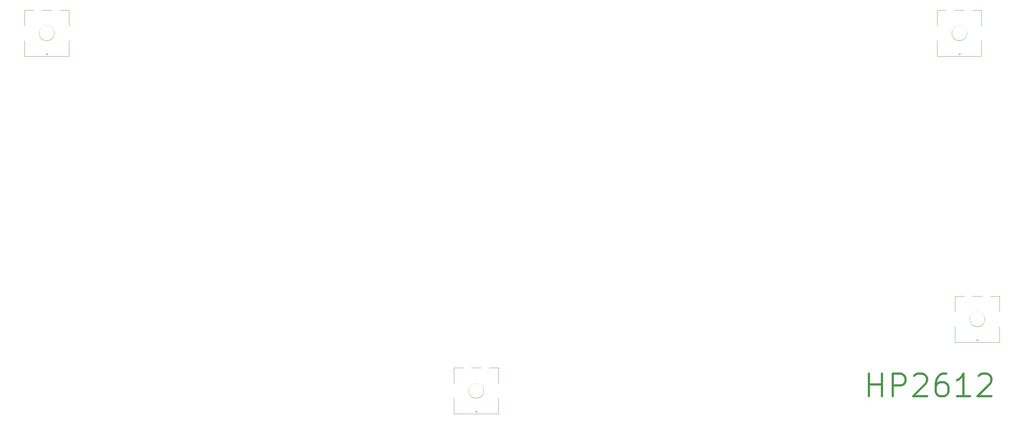
<source format=gbr>
%TF.GenerationSoftware,KiCad,Pcbnew,(7.0.0)*%
%TF.CreationDate,2024-01-04T19:09:41+01:00*%
%TF.ProjectId,HP 2621,48502032-3632-4312-9e6b-696361645f70,rev?*%
%TF.SameCoordinates,Original*%
%TF.FileFunction,Legend,Top*%
%TF.FilePolarity,Positive*%
%FSLAX46Y46*%
G04 Gerber Fmt 4.6, Leading zero omitted, Abs format (unit mm)*
G04 Created by KiCad (PCBNEW (7.0.0)) date 2024-01-04 19:09:41*
%MOMM*%
%LPD*%
G01*
G04 APERTURE LIST*
%ADD10C,0.600000*%
%ADD11C,0.120000*%
%ADD12C,1.750000*%
%ADD13C,3.987800*%
%ADD14C,3.048000*%
G04 APERTURE END LIST*
D10*
X254525892Y-122060535D02*
X254525892Y-116060535D01*
X254525892Y-118917678D02*
X257954463Y-118917678D01*
X257954463Y-122060535D02*
X257954463Y-116060535D01*
X260811606Y-122060535D02*
X260811606Y-116060535D01*
X260811606Y-116060535D02*
X263097320Y-116060535D01*
X263097320Y-116060535D02*
X263668749Y-116346250D01*
X263668749Y-116346250D02*
X263954463Y-116631964D01*
X263954463Y-116631964D02*
X264240177Y-117203392D01*
X264240177Y-117203392D02*
X264240177Y-118060535D01*
X264240177Y-118060535D02*
X263954463Y-118631964D01*
X263954463Y-118631964D02*
X263668749Y-118917678D01*
X263668749Y-118917678D02*
X263097320Y-119203392D01*
X263097320Y-119203392D02*
X260811606Y-119203392D01*
X266525892Y-116631964D02*
X266811606Y-116346250D01*
X266811606Y-116346250D02*
X267383035Y-116060535D01*
X267383035Y-116060535D02*
X268811606Y-116060535D01*
X268811606Y-116060535D02*
X269383035Y-116346250D01*
X269383035Y-116346250D02*
X269668749Y-116631964D01*
X269668749Y-116631964D02*
X269954463Y-117203392D01*
X269954463Y-117203392D02*
X269954463Y-117774821D01*
X269954463Y-117774821D02*
X269668749Y-118631964D01*
X269668749Y-118631964D02*
X266240177Y-122060535D01*
X266240177Y-122060535D02*
X269954463Y-122060535D01*
X275097321Y-116060535D02*
X273954463Y-116060535D01*
X273954463Y-116060535D02*
X273383035Y-116346250D01*
X273383035Y-116346250D02*
X273097321Y-116631964D01*
X273097321Y-116631964D02*
X272525892Y-117489107D01*
X272525892Y-117489107D02*
X272240178Y-118631964D01*
X272240178Y-118631964D02*
X272240178Y-120917678D01*
X272240178Y-120917678D02*
X272525892Y-121489107D01*
X272525892Y-121489107D02*
X272811606Y-121774821D01*
X272811606Y-121774821D02*
X273383035Y-122060535D01*
X273383035Y-122060535D02*
X274525892Y-122060535D01*
X274525892Y-122060535D02*
X275097321Y-121774821D01*
X275097321Y-121774821D02*
X275383035Y-121489107D01*
X275383035Y-121489107D02*
X275668749Y-120917678D01*
X275668749Y-120917678D02*
X275668749Y-119489107D01*
X275668749Y-119489107D02*
X275383035Y-118917678D01*
X275383035Y-118917678D02*
X275097321Y-118631964D01*
X275097321Y-118631964D02*
X274525892Y-118346250D01*
X274525892Y-118346250D02*
X273383035Y-118346250D01*
X273383035Y-118346250D02*
X272811606Y-118631964D01*
X272811606Y-118631964D02*
X272525892Y-118917678D01*
X272525892Y-118917678D02*
X272240178Y-119489107D01*
X281383035Y-122060535D02*
X277954464Y-122060535D01*
X279668749Y-122060535D02*
X279668749Y-116060535D01*
X279668749Y-116060535D02*
X279097321Y-116917678D01*
X279097321Y-116917678D02*
X278525892Y-117489107D01*
X278525892Y-117489107D02*
X277954464Y-117774821D01*
X283668750Y-116631964D02*
X283954464Y-116346250D01*
X283954464Y-116346250D02*
X284525893Y-116060535D01*
X284525893Y-116060535D02*
X285954464Y-116060535D01*
X285954464Y-116060535D02*
X286525893Y-116346250D01*
X286525893Y-116346250D02*
X286811607Y-116631964D01*
X286811607Y-116631964D02*
X287097321Y-117203392D01*
X287097321Y-117203392D02*
X287097321Y-117774821D01*
X287097321Y-117774821D02*
X286811607Y-118631964D01*
X286811607Y-118631964D02*
X283383035Y-122060535D01*
X283383035Y-122060535D02*
X287097321Y-122060535D01*
D11*
%TO.C,SW4*%
X144118750Y-114550000D02*
X146518750Y-114550000D01*
X144118750Y-118650000D02*
X144118750Y-114550000D01*
X144118750Y-122650000D02*
X144118750Y-126750000D01*
X144118750Y-126750000D02*
X155918750Y-126750000D01*
X148718750Y-114550000D02*
X151318750Y-114550000D01*
X149718750Y-126150000D02*
X150318750Y-126150000D01*
X150018750Y-126450000D02*
X149718750Y-126150000D01*
X150318750Y-126150000D02*
X150018750Y-126450000D01*
X153518750Y-114550000D02*
X155918750Y-114550000D01*
X155918750Y-114550000D02*
X155918750Y-118650000D01*
X155918750Y-122650000D02*
X155918750Y-126750000D01*
X152018750Y-120650000D02*
G75*
G03*
X152018750Y-120650000I-2000000J0D01*
G01*
%TO.C,SW3*%
X277468750Y-95500000D02*
X279868750Y-95500000D01*
X277468750Y-99600000D02*
X277468750Y-95500000D01*
X277468750Y-103600000D02*
X277468750Y-107700000D01*
X277468750Y-107700000D02*
X289268750Y-107700000D01*
X282068750Y-95500000D02*
X284668750Y-95500000D01*
X283068750Y-107100000D02*
X283668750Y-107100000D01*
X283368750Y-107400000D02*
X283068750Y-107100000D01*
X283668750Y-107100000D02*
X283368750Y-107400000D01*
X286868750Y-95500000D02*
X289268750Y-95500000D01*
X289268750Y-95500000D02*
X289268750Y-99600000D01*
X289268750Y-103600000D02*
X289268750Y-107700000D01*
X285368750Y-101600000D02*
G75*
G03*
X285368750Y-101600000I-2000000J0D01*
G01*
%TO.C,SW2*%
X272706250Y-19300000D02*
X275106250Y-19300000D01*
X272706250Y-23400000D02*
X272706250Y-19300000D01*
X272706250Y-27400000D02*
X272706250Y-31500000D01*
X272706250Y-31500000D02*
X284506250Y-31500000D01*
X277306250Y-19300000D02*
X279906250Y-19300000D01*
X278306250Y-30900000D02*
X278906250Y-30900000D01*
X278606250Y-31200000D02*
X278306250Y-30900000D01*
X278906250Y-30900000D02*
X278606250Y-31200000D01*
X282106250Y-19300000D02*
X284506250Y-19300000D01*
X284506250Y-19300000D02*
X284506250Y-23400000D01*
X284506250Y-27400000D02*
X284506250Y-31500000D01*
X280606250Y-25400000D02*
G75*
G03*
X280606250Y-25400000I-2000000J0D01*
G01*
%TO.C,SW1*%
X29818750Y-19300000D02*
X32218750Y-19300000D01*
X29818750Y-23400000D02*
X29818750Y-19300000D01*
X29818750Y-27400000D02*
X29818750Y-31500000D01*
X29818750Y-31500000D02*
X41618750Y-31500000D01*
X34418750Y-19300000D02*
X37018750Y-19300000D01*
X35418750Y-30900000D02*
X36018750Y-30900000D01*
X35718750Y-31200000D02*
X35418750Y-30900000D01*
X36018750Y-30900000D02*
X35718750Y-31200000D01*
X39218750Y-19300000D02*
X41618750Y-19300000D01*
X41618750Y-19300000D02*
X41618750Y-23400000D01*
X41618750Y-27400000D02*
X41618750Y-31500000D01*
X37718750Y-25400000D02*
G75*
G03*
X37718750Y-25400000I-2000000J0D01*
G01*
%TD*%
%LPC*%
D12*
%TO.C,MX66*%
X59213750Y-120650000D03*
D13*
X64293750Y-120650000D03*
D12*
X69373750Y-120650000D03*
%TD*%
%TO.C,MX6*%
X216376250Y-25400000D03*
D13*
X221456250Y-25400000D03*
D12*
X226536250Y-25400000D03*
%TD*%
%TO.C,MX35*%
X235426250Y-63500000D03*
D13*
X240506250Y-63500000D03*
D12*
X245586250Y-63500000D03*
%TD*%
%TO.C,MX19*%
X206851250Y-44450000D03*
D13*
X211931250Y-44450000D03*
D12*
X217011250Y-44450000D03*
%TD*%
%TO.C,MX81*%
X116363750Y-120650000D03*
D13*
X121443750Y-120650000D03*
D12*
X126523750Y-120650000D03*
%TD*%
%TO.C,MX47*%
X163988750Y-82550000D03*
D13*
X169068750Y-82550000D03*
D12*
X174148750Y-82550000D03*
%TD*%
%TO.C,MX37*%
X273526250Y-63500000D03*
D13*
X278606250Y-63500000D03*
D12*
X283686250Y-63500000D03*
%TD*%
%TO.C,MX73*%
X211613750Y-120650000D03*
D13*
X216693750Y-120650000D03*
D12*
X221773750Y-120650000D03*
%TD*%
%TO.C,MX5*%
X187801250Y-25400000D03*
D13*
X192881250Y-25400000D03*
D12*
X197961250Y-25400000D03*
%TD*%
%TO.C,MX28*%
X102076250Y-63500000D03*
D13*
X107156250Y-63500000D03*
D12*
X112236250Y-63500000D03*
%TD*%
%TO.C,MX75*%
X63976250Y-120650000D03*
D13*
X69056250Y-120650000D03*
D12*
X74136250Y-120650000D03*
%TD*%
%TO.C,MX33*%
X197326250Y-63500000D03*
D13*
X202406250Y-63500000D03*
D12*
X207486250Y-63500000D03*
%TD*%
%TO.C,MX49*%
X202088750Y-82550000D03*
D13*
X207168750Y-82550000D03*
D12*
X212248750Y-82550000D03*
%TD*%
%TO.C,MX34*%
X216376250Y-63500000D03*
D13*
X221456250Y-63500000D03*
D12*
X226536250Y-63500000D03*
%TD*%
D14*
%TO.C,S5*%
X140493750Y-127635000D03*
D13*
X140493750Y-112395000D03*
D14*
X102393750Y-127635000D03*
D13*
X102393750Y-112395000D03*
%TD*%
D12*
%TO.C,MX65*%
X278288750Y-101600000D03*
D13*
X283368750Y-101600000D03*
D12*
X288448750Y-101600000D03*
%TD*%
D14*
%TO.C,S6*%
X197643750Y-127635000D03*
D13*
X197643750Y-112395000D03*
D14*
X159543750Y-127635000D03*
D13*
X159543750Y-112395000D03*
%TD*%
D12*
%TO.C,MX50*%
X221138750Y-82550000D03*
D13*
X226218750Y-82550000D03*
D12*
X231298750Y-82550000D03*
%TD*%
%TO.C,MX56*%
X97313750Y-101600000D03*
D13*
X102393750Y-101600000D03*
D12*
X107473750Y-101600000D03*
%TD*%
%TO.C,MX38*%
X292576250Y-63500000D03*
D13*
X297656250Y-63500000D03*
D12*
X302736250Y-63500000D03*
%TD*%
%TO.C,MX4*%
X116363750Y-25400000D03*
D13*
X121443750Y-25400000D03*
D12*
X126523750Y-25400000D03*
%TD*%
%TO.C,MX72*%
X190182500Y-120650000D03*
D13*
X195262500Y-120650000D03*
D12*
X200342500Y-120650000D03*
%TD*%
%TO.C,MX63*%
X230663750Y-101600000D03*
D13*
X235743750Y-101600000D03*
D12*
X240823750Y-101600000D03*
%TD*%
%TO.C,MX64*%
X254476250Y-101600000D03*
D13*
X259556250Y-101600000D03*
D12*
X264636250Y-101600000D03*
%TD*%
%TO.C,MX57*%
X116363750Y-101600000D03*
D13*
X121443750Y-101600000D03*
D12*
X126523750Y-101600000D03*
%TD*%
%TO.C,MX44*%
X106838750Y-82550000D03*
D13*
X111918750Y-82550000D03*
D12*
X116998750Y-82550000D03*
%TD*%
%TO.C,MX12*%
X73501250Y-44450000D03*
D13*
X78581250Y-44450000D03*
D12*
X83661250Y-44450000D03*
%TD*%
%TO.C,MX24*%
X21113750Y-63500000D03*
D13*
X26193750Y-63500000D03*
D12*
X31273750Y-63500000D03*
%TD*%
%TO.C,MX62*%
X211613750Y-101600000D03*
D13*
X216693750Y-101600000D03*
D12*
X221773750Y-101600000D03*
%TD*%
%TO.C,MX9*%
X16351250Y-44450000D03*
D13*
X21431250Y-44450000D03*
D12*
X26511250Y-44450000D03*
%TD*%
%TO.C,MX22*%
X264001250Y-44450000D03*
D13*
X269081250Y-44450000D03*
D12*
X274161250Y-44450000D03*
%TD*%
%TO.C,MX26*%
X63976250Y-63500000D03*
D13*
X69056250Y-63500000D03*
D12*
X74136250Y-63500000D03*
%TD*%
%TO.C,MX61*%
X192563750Y-101600000D03*
D13*
X197643750Y-101600000D03*
D12*
X202723750Y-101600000D03*
%TD*%
%TO.C,MX53*%
X35401250Y-101600000D03*
D13*
X40481250Y-101600000D03*
D12*
X45561250Y-101600000D03*
%TD*%
%TO.C,MX16*%
X149701250Y-44450000D03*
D13*
X154781250Y-44450000D03*
D12*
X159861250Y-44450000D03*
%TD*%
D14*
%TO.C,S1*%
X216693750Y-127635000D03*
D13*
X216693750Y-112395000D03*
D14*
X207168750Y-127635000D03*
D13*
X207168750Y-112395000D03*
D14*
X92868750Y-127635000D03*
D13*
X92868750Y-112395000D03*
D14*
X83343750Y-127635000D03*
D13*
X83343750Y-112395000D03*
%TD*%
D12*
%TO.C,MX41*%
X49688750Y-82550000D03*
D13*
X54768750Y-82550000D03*
D12*
X59848750Y-82550000D03*
%TD*%
%TO.C,MX74*%
X230663750Y-120650000D03*
D13*
X235743750Y-120650000D03*
D12*
X240823750Y-120650000D03*
%TD*%
%TO.C,MX21*%
X244951250Y-44450000D03*
D13*
X250031250Y-44450000D03*
D12*
X255111250Y-44450000D03*
%TD*%
%TO.C,MX77*%
X90170000Y-120650000D03*
D13*
X95250000Y-120650000D03*
D12*
X100330000Y-120650000D03*
%TD*%
%TO.C,MX54*%
X59213750Y-101600000D03*
D13*
X64293750Y-101600000D03*
D12*
X69373750Y-101600000D03*
%TD*%
%TO.C,MX69*%
X128270000Y-120650000D03*
D13*
X133350000Y-120650000D03*
D12*
X138430000Y-120650000D03*
%TD*%
%TO.C,MX80*%
X171132500Y-120650000D03*
D13*
X176212500Y-120650000D03*
D12*
X181292500Y-120650000D03*
%TD*%
%TO.C,MX48*%
X183038750Y-82550000D03*
D13*
X188118750Y-82550000D03*
D12*
X193198750Y-82550000D03*
%TD*%
%TO.C,MX67*%
X78263750Y-120650000D03*
D13*
X83343750Y-120650000D03*
D12*
X88423750Y-120650000D03*
%TD*%
%TO.C,MX15*%
X130651250Y-44450000D03*
D13*
X135731250Y-44450000D03*
D12*
X140811250Y-44450000D03*
%TD*%
%TO.C,MX29*%
X121126250Y-63500000D03*
D13*
X126206250Y-63500000D03*
D12*
X131286250Y-63500000D03*
%TD*%
D14*
%TO.C,S8*%
X207168750Y-127635000D03*
D13*
X207168750Y-112395000D03*
D14*
X169068750Y-127635000D03*
D13*
X169068750Y-112395000D03*
%TD*%
D12*
%TO.C,MX13*%
X92551250Y-44450000D03*
D13*
X97631250Y-44450000D03*
D12*
X102711250Y-44450000D03*
%TD*%
D14*
%TO.C,S3*%
X197643750Y-127635000D03*
D13*
X197643750Y-112395000D03*
D14*
X102393750Y-127635000D03*
D13*
X102393750Y-112395000D03*
%TD*%
D12*
%TO.C,MX36*%
X254476250Y-63500000D03*
D13*
X259556250Y-63500000D03*
D12*
X264636250Y-63500000D03*
%TD*%
%TO.C,MX18*%
X187801250Y-44450000D03*
D13*
X192881250Y-44450000D03*
D12*
X197961250Y-44450000D03*
%TD*%
%TO.C,MX43*%
X87788750Y-82550000D03*
D13*
X92868750Y-82550000D03*
D12*
X97948750Y-82550000D03*
%TD*%
%TO.C,MX42*%
X68738750Y-82550000D03*
D13*
X73818750Y-82550000D03*
D12*
X78898750Y-82550000D03*
%TD*%
%TO.C,MX40*%
X30638750Y-82550000D03*
D13*
X35718750Y-82550000D03*
D12*
X40798750Y-82550000D03*
%TD*%
%TO.C,MX70*%
X144938750Y-120650000D03*
D13*
X150018750Y-120650000D03*
D12*
X155098750Y-120650000D03*
%TD*%
%TO.C,MX46*%
X144938750Y-82550000D03*
D13*
X150018750Y-82550000D03*
D12*
X155098750Y-82550000D03*
%TD*%
%TO.C,MX79*%
X118745000Y-120650000D03*
D13*
X123825000Y-120650000D03*
D12*
X128905000Y-120650000D03*
%TD*%
%TO.C,MX14*%
X111601250Y-44450000D03*
D13*
X116681250Y-44450000D03*
D12*
X121761250Y-44450000D03*
%TD*%
%TO.C,MX83*%
X173513750Y-120650000D03*
D13*
X178593750Y-120650000D03*
D12*
X183673750Y-120650000D03*
%TD*%
%TO.C,MX30*%
X140176250Y-63500000D03*
D13*
X145256250Y-63500000D03*
D12*
X150336250Y-63500000D03*
%TD*%
%TO.C,MX58*%
X135413750Y-101600000D03*
D13*
X140493750Y-101600000D03*
D12*
X145573750Y-101600000D03*
%TD*%
%TO.C,MX84*%
X183038750Y-120650000D03*
D13*
X188118750Y-120650000D03*
D12*
X193198750Y-120650000D03*
%TD*%
%TO.C,MX82*%
X106838750Y-120650000D03*
D13*
X111918750Y-120650000D03*
D12*
X116998750Y-120650000D03*
%TD*%
%TO.C,MX71*%
X161607500Y-120650000D03*
D13*
X166687500Y-120650000D03*
D12*
X171767500Y-120650000D03*
%TD*%
%TO.C,MX27*%
X83026250Y-63500000D03*
D13*
X88106250Y-63500000D03*
D12*
X93186250Y-63500000D03*
%TD*%
%TO.C,MX78*%
X199707500Y-120650000D03*
D13*
X204787500Y-120650000D03*
D12*
X209867500Y-120650000D03*
%TD*%
%TO.C,MX11*%
X54451250Y-44450000D03*
D13*
X59531250Y-44450000D03*
D12*
X64611250Y-44450000D03*
%TD*%
%TO.C,MX52*%
X268763750Y-82550000D03*
D13*
X273843750Y-82550000D03*
D12*
X278923750Y-82550000D03*
%TD*%
%TO.C,MX17*%
X168751250Y-44450000D03*
D13*
X173831250Y-44450000D03*
D12*
X178911250Y-44450000D03*
%TD*%
%TO.C,MX3*%
X87788750Y-25400000D03*
D13*
X92868750Y-25400000D03*
D12*
X97948750Y-25400000D03*
%TD*%
%TO.C,MX10*%
X35401250Y-44450000D03*
D13*
X40481250Y-44450000D03*
D12*
X45561250Y-44450000D03*
%TD*%
%TO.C,MX20*%
X225901250Y-44450000D03*
D13*
X230981250Y-44450000D03*
D12*
X236061250Y-44450000D03*
%TD*%
%TO.C,MX7*%
X244951250Y-25400000D03*
D13*
X250031250Y-25400000D03*
D12*
X255111250Y-25400000D03*
%TD*%
%TO.C,MX45*%
X125888750Y-82550000D03*
D13*
X130968750Y-82550000D03*
D12*
X136048750Y-82550000D03*
%TD*%
%TO.C,MX25*%
X44926250Y-63500000D03*
D13*
X50006250Y-63500000D03*
D12*
X55086250Y-63500000D03*
%TD*%
%TO.C,MX60*%
X173513750Y-101600000D03*
D13*
X178593750Y-101600000D03*
D12*
X183673750Y-101600000D03*
%TD*%
%TO.C,MX8*%
X273526250Y-25400000D03*
D13*
X278606250Y-25400000D03*
D12*
X283686250Y-25400000D03*
%TD*%
%TO.C,MX39*%
X11588750Y-82550000D03*
D13*
X16668750Y-82550000D03*
D12*
X21748750Y-82550000D03*
%TD*%
%TO.C,MX23*%
X283051250Y-44450000D03*
D13*
X288131250Y-44450000D03*
D12*
X293211250Y-44450000D03*
%TD*%
%TO.C,MX59*%
X154463750Y-101600000D03*
D13*
X159543750Y-101600000D03*
D12*
X164623750Y-101600000D03*
%TD*%
%TO.C,MX1*%
X30638750Y-25400000D03*
D13*
X35718750Y-25400000D03*
D12*
X40798750Y-25400000D03*
%TD*%
%TO.C,MX76*%
X225901250Y-120650000D03*
D13*
X230981250Y-120650000D03*
D12*
X236061250Y-120650000D03*
%TD*%
D14*
%TO.C,S7*%
X130968750Y-127635000D03*
D13*
X130968750Y-112395000D03*
D14*
X92868750Y-127635000D03*
D13*
X92868750Y-112395000D03*
%TD*%
D12*
%TO.C,MX32*%
X178276250Y-63500000D03*
D13*
X183356250Y-63500000D03*
D12*
X188436250Y-63500000D03*
%TD*%
D14*
%TO.C,S9*%
X261937500Y-75565000D03*
D13*
X261937500Y-90805000D03*
D14*
X285750000Y-75565000D03*
D13*
X285750000Y-90805000D03*
%TD*%
D12*
%TO.C,MX68*%
X99695000Y-120650000D03*
D13*
X104775000Y-120650000D03*
D12*
X109855000Y-120650000D03*
%TD*%
%TO.C,MX31*%
X159226250Y-63500000D03*
D13*
X164306250Y-63500000D03*
D12*
X169386250Y-63500000D03*
%TD*%
%TO.C,MX51*%
X240188750Y-82550000D03*
D13*
X245268750Y-82550000D03*
D12*
X250348750Y-82550000D03*
%TD*%
%TO.C,MX55*%
X78263750Y-101600000D03*
D13*
X83343750Y-101600000D03*
D12*
X88423750Y-101600000D03*
%TD*%
%TO.C,MX2*%
X59213750Y-25400000D03*
D13*
X64293750Y-25400000D03*
D12*
X69373750Y-25400000D03*
%TD*%
M02*

</source>
